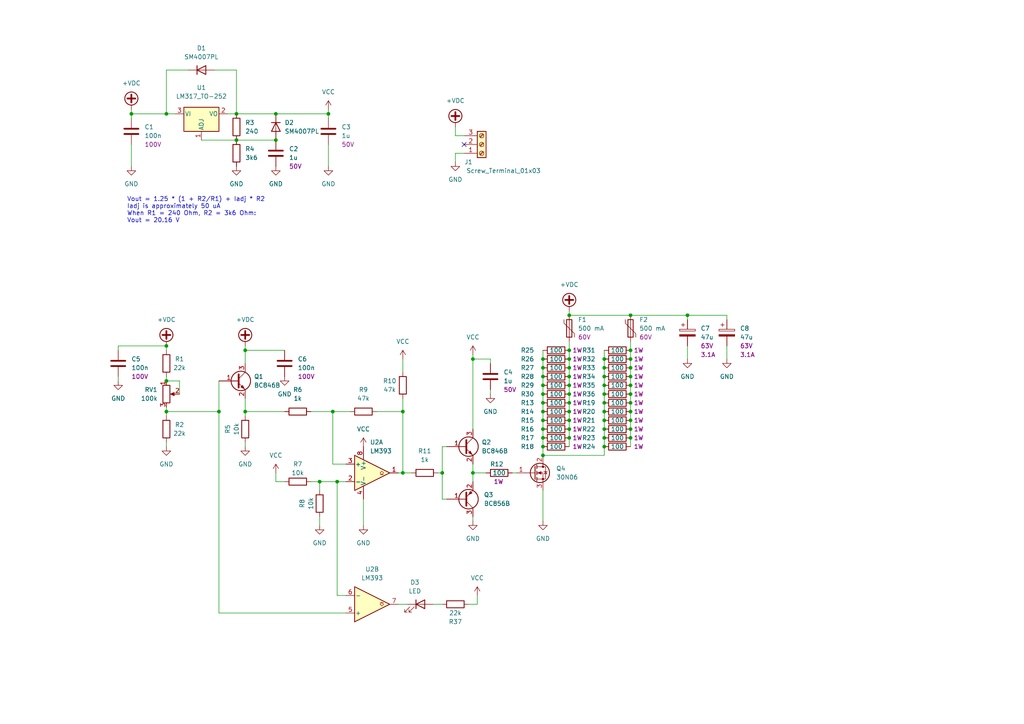
<source format=kicad_sch>
(kicad_sch (version 20211123) (generator eeschema)
  (paper "A4")
  (lib_symbols
    (symbol "Comparator:LM393" (pin_names (offset 0.127))
      (property "Reference" "U" (at 3.81 3.81 0))
      (property "Value" "LM393" (at 6.35 -3.81 0))
      (symbol "LM393_1_1"
        (polyline (pts (xy -5.08 5.08) (xy 5.08 0) (xy -5.08 -5.08) (xy -5.08 5.08)) (stroke (width 0.254)) (fill (type background)))
        (polyline (pts (xy 3.302 -0.508) (xy 2.794 -0.508) (xy 3.302 0) (xy 2.794 0.508) (xy 2.286 0) (xy 2.794 -0.508) (xy 2.286 -0.508)) (stroke (width 0.127)))
        (pin open_collector line (at 7.62 0 180) (length 2.54) (name "~") (number "1"))
        (pin input line (at -7.62 -2.54 0) (length 2.54) (name "-") (number "2"))
        (pin input line (at -7.62 2.54 0) (length 2.54) (name "+") (number "3"))
      )
      (symbol "LM393_2_1"
        (polyline (pts (xy -5.08 5.08) (xy 5.08 0) (xy -5.08 -5.08) (xy -5.08 5.08)) (stroke (width 0.254)) (fill (type background)))
        (polyline (pts (xy 3.302 -0.508) (xy 2.794 -0.508) (xy 3.302 0) (xy 2.794 0.508) (xy 2.286 0) (xy 2.794 -0.508) (xy 2.286 -0.508)) (stroke (width 0.127)))
        (pin input line (at -7.62 2.54 0) (length 2.54) (name "+") (number "5"))
        (pin input line (at -7.62 -2.54 0) (length 2.54) (name "-") (number "6"))
        (pin open_collector line (at 7.62 0 180) (length 2.54) (name "~") (number "7"))
      )
      (symbol "LM393_3_1"
        (pin power_in line (at -2.54 -7.62 90) (length 3.81) (name "V-") (number "4"))
        (pin power_in line (at -2.54 7.62 270) (length 3.81) (name "V+") (number "8"))
      )
    )
    (symbol "Connector:Screw_Terminal_01x03" (pin_names (offset 1.016) hide)
      (property "Reference" "J" (at 0 5.08 0))
      (property "Value" "Screw_Terminal_01x03" (at 0 -5.08 0))
      (symbol "Screw_Terminal_01x03_1_1"
        (rectangle (start -1.27 3.81) (end 1.27 -3.81) (stroke (width 0.254)) (fill (type background)))
        (circle (center 0 -2.54) (radius 0.635) (stroke (width 0.1524)))
        (polyline (pts (xy -0.5334 -2.2098) (xy 0.3302 -3.048)) (stroke (width 0.1524)))
        (polyline (pts (xy -0.5334 0.3302) (xy 0.3302 -0.508)) (stroke (width 0.1524)))
        (polyline (pts (xy -0.5334 2.8702) (xy 0.3302 2.032)) (stroke (width 0.1524)))
        (polyline (pts (xy -0.3556 -2.032) (xy 0.508 -2.8702)) (stroke (width 0.1524)))
        (polyline (pts (xy -0.3556 0.508) (xy 0.508 -0.3302)) (stroke (width 0.1524)))
        (polyline (pts (xy -0.3556 3.048) (xy 0.508 2.2098)) (stroke (width 0.1524)))
        (circle (center 0 0) (radius 0.635) (stroke (width 0.1524)))
        (circle (center 0 2.54) (radius 0.635) (stroke (width 0.1524)))
        (pin passive line (at -5.08 2.54 0) (length 3.81) (name "Pin_1") (number "1"))
        (pin passive line (at -5.08 0 0) (length 3.81) (name "Pin_2") (number "2"))
        (pin passive line (at -5.08 -2.54 0) (length 3.81) (name "Pin_3") (number "3"))
      )
    )
    (symbol "Device:C" (pin_numbers hide) (pin_names (offset 0.254))
      (property "Reference" "C" (at 0.635 2.54 0))
      (property "Value" "C" (at 0.635 -2.54 0))
      (symbol "C_0_1"
        (polyline (pts (xy -2.032 -0.762) (xy 2.032 -0.762)) (stroke (width 0.508)))
        (polyline (pts (xy -2.032 0.762) (xy 2.032 0.762)) (stroke (width 0.508)))
      )
      (symbol "C_1_1"
        (pin passive line (at 0 3.81 270) (length 2.794) (name "~") (number "1"))
        (pin passive line (at 0 -3.81 90) (length 2.794) (name "~") (number "2"))
      )
    )
    (symbol "Device:C_Polarized" (pin_numbers hide) (pin_names (offset 0.254))
      (property "Reference" "C" (at 0.635 2.54 0))
      (property "Value" "C_Polarized" (at 0.635 -2.54 0))
      (symbol "C_Polarized_0_1"
        (rectangle (start -2.286 0.508) (end 2.286 1.016))
        (polyline (pts (xy -1.778 2.286) (xy -0.762 2.286)))
        (polyline (pts (xy -1.27 2.794) (xy -1.27 1.778)))
        (rectangle (start 2.286 -0.508) (end -2.286 -1.016) (fill (type outline)))
      )
      (symbol "C_Polarized_1_1"
        (pin passive line (at 0 3.81 270) (length 2.794) (name "~") (number "1"))
        (pin passive line (at 0 -3.81 90) (length 2.794) (name "~") (number "2"))
      )
    )
    (symbol "Device:D" (pin_numbers hide) (pin_names (offset 1.016) hide)
      (property "Reference" "D" (at 0 2.54 0))
      (property "Value" "D" (at 0 -2.54 0))
      (symbol "D_0_1"
        (polyline (pts (xy -1.27 1.27) (xy -1.27 -1.27)) (stroke (width 0.254)))
        (polyline (pts (xy 1.27 0) (xy -1.27 0)))
        (polyline (pts (xy 1.27 1.27) (xy 1.27 -1.27) (xy -1.27 0) (xy 1.27 1.27)) (stroke (width 0.254)))
      )
      (symbol "D_1_1"
        (pin passive line (at -3.81 0 0) (length 2.54) (name "K") (number "1"))
        (pin passive line (at 3.81 0 180) (length 2.54) (name "A") (number "2"))
      )
    )
    (symbol "Device:LED" (pin_numbers hide) (pin_names (offset 1.016) hide)
      (property "Reference" "D" (at 0 2.54 0))
      (property "Value" "LED" (at 0 -2.54 0))
      (symbol "LED_0_1"
        (polyline (pts (xy -1.27 -1.27) (xy -1.27 1.27)) (stroke (width 0.254)))
        (polyline (pts (xy -1.27 0) (xy 1.27 0)))
        (polyline (pts (xy 1.27 -1.27) (xy 1.27 1.27) (xy -1.27 0) (xy 1.27 -1.27)) (stroke (width 0.254)))
        (polyline (pts (xy -3.048 -0.762) (xy -4.572 -2.286) (xy -3.81 -2.286) (xy -4.572 -2.286) (xy -4.572 -1.524)))
        (polyline (pts (xy -1.778 -0.762) (xy -3.302 -2.286) (xy -2.54 -2.286) (xy -3.302 -2.286) (xy -3.302 -1.524)))
      )
      (symbol "LED_1_1"
        (pin passive line (at -3.81 0 0) (length 2.54) (name "K") (number "1"))
        (pin passive line (at 3.81 0 180) (length 2.54) (name "A") (number "2"))
      )
    )
    (symbol "Device:Polyfuse" (pin_numbers hide) (pin_names (offset 0))
      (property "Reference" "F" (at -2.54 0 90))
      (property "Value" "Polyfuse" (at 2.54 0 90))
      (symbol "Polyfuse_0_1"
        (rectangle (start -0.762 2.54) (end 0.762 -2.54) (stroke (width 0.254)))
        (polyline (pts (xy 0 2.54) (xy 0 -2.54)))
        (polyline (pts (xy -1.524 2.54) (xy -1.524 1.524) (xy 1.524 -1.524) (xy 1.524 -2.54)))
      )
      (symbol "Polyfuse_1_1"
        (pin passive line (at 0 3.81 270) (length 1.27) (name "~") (number "1"))
        (pin passive line (at 0 -3.81 90) (length 1.27) (name "~") (number "2"))
      )
    )
    (symbol "Device:Q_NMOS_GDS" (pin_names (offset 0) hide)
      (property "Reference" "Q" (at 5.08 1.27 0))
      (property "Value" "Q_NMOS_GDS" (at 5.08 -1.27 0))
      (symbol "Q_NMOS_GDS_0_1"
        (polyline (pts (xy 0.254 0) (xy -2.54 0)))
        (polyline (pts (xy 0.254 1.905) (xy 0.254 -1.905)) (stroke (width 0.254)))
        (polyline (pts (xy 0.762 -1.27) (xy 0.762 -2.286)) (stroke (width 0.254)))
        (polyline (pts (xy 0.762 0.508) (xy 0.762 -0.508)) (stroke (width 0.254)))
        (polyline (pts (xy 0.762 2.286) (xy 0.762 1.27)) (stroke (width 0.254)))
        (polyline (pts (xy 2.54 2.54) (xy 2.54 1.778)))
        (polyline (pts (xy 2.54 -2.54) (xy 2.54 0) (xy 0.762 0)))
        (polyline (pts (xy 0.762 -1.778) (xy 3.302 -1.778) (xy 3.302 1.778) (xy 0.762 1.778)))
        (polyline (pts (xy 1.016 0) (xy 2.032 0.381) (xy 2.032 -0.381) (xy 1.016 0)) (fill (type outline)))
        (polyline (pts (xy 2.794 0.508) (xy 2.921 0.381) (xy 3.683 0.381) (xy 3.81 0.254)))
        (polyline (pts (xy 3.302 0.381) (xy 2.921 -0.254) (xy 3.683 -0.254) (xy 3.302 0.381)))
        (circle (center 1.651 0) (radius 2.794) (stroke (width 0.254)))
        (circle (center 2.54 -1.778) (radius 0.254) (fill (type outline)))
        (circle (center 2.54 1.778) (radius 0.254) (fill (type outline)))
      )
      (symbol "Q_NMOS_GDS_1_1"
        (pin input line (at -5.08 0 0) (length 2.54) (name "G") (number "1"))
        (pin passive line (at 2.54 5.08 270) (length 2.54) (name "D") (number "2"))
        (pin passive line (at 2.54 -5.08 90) (length 2.54) (name "S") (number "3"))
      )
    )
    (symbol "Device:R" (pin_numbers hide) (pin_names (offset 0))
      (property "Reference" "R" (at 2.032 0 90))
      (property "Value" "R" (at 0 0 90))
      (symbol "R_0_1"
        (rectangle (start -1.016 -2.54) (end 1.016 2.54) (stroke (width 0.254)))
      )
      (symbol "R_1_1"
        (pin passive line (at 0 3.81 270) (length 1.27) (name "~") (number "1"))
        (pin passive line (at 0 -3.81 90) (length 1.27) (name "~") (number "2"))
      )
    )
    (symbol "Device:R_Potentiometer" (pin_names (offset 1.016) hide)
      (property "Reference" "RV" (at -4.445 0 90))
      (property "Value" "R_Potentiometer" (at -2.54 0 90))
      (symbol "R_Potentiometer_0_1"
        (polyline (pts (xy 2.54 0) (xy 1.524 0)))
        (polyline (pts (xy 1.143 0) (xy 2.286 0.508) (xy 2.286 -0.508) (xy 1.143 0)) (fill (type outline)))
        (rectangle (start 1.016 2.54) (end -1.016 -2.54) (stroke (width 0.254)))
      )
      (symbol "R_Potentiometer_1_1"
        (pin passive line (at 0 3.81 270) (length 1.27) (name "1") (number "1"))
        (pin passive line (at 3.81 0 180) (length 1.27) (name "2") (number "2"))
        (pin passive line (at 0 -3.81 90) (length 1.27) (name "3") (number "3"))
      )
    )
    (symbol "Regulator_Linear:LM317_TO-252" (pin_names (offset 0.254))
      (property "Reference" "U" (at -3.81 3.175 0))
      (property "Value" "LM317_TO-252" (at 0 3.175 0))
      (symbol "LM317_TO-252_0_1"
        (rectangle (start -5.08 1.905) (end 5.08 -5.08) (stroke (width 0.254)) (fill (type background)))
      )
      (symbol "LM317_TO-252_1_1"
        (pin input line (at 0 -7.62 90) (length 2.54) (name "ADJ") (number "1"))
        (pin power_out line (at 7.62 0 180) (length 2.54) (name "VO") (number "2"))
        (pin power_in line (at -7.62 0 0) (length 2.54) (name "VI") (number "3"))
      )
    )
    (symbol "Transistor_BJT:BC846" (pin_names (offset 0) hide)
      (property "Reference" "Q" (at 5.08 1.905 0))
      (property "Value" "BC846" (at 5.08 0 0))
      (symbol "BC846_0_1"
        (polyline (pts (xy 0.635 0.635) (xy 2.54 2.54)))
        (polyline (pts (xy 0.635 -0.635) (xy 2.54 -2.54) (xy 2.54 -2.54)))
        (polyline (pts (xy 0.635 1.905) (xy 0.635 -1.905) (xy 0.635 -1.905)) (stroke (width 0.508)))
        (polyline (pts (xy 1.27 -1.778) (xy 1.778 -1.27) (xy 2.286 -2.286) (xy 1.27 -1.778) (xy 1.27 -1.778)) (fill (type outline)))
        (circle (center 1.27 0) (radius 2.8194) (stroke (width 0.254)))
      )
      (symbol "BC846_1_1"
        (pin input line (at -5.08 0 0) (length 5.715) (name "B") (number "1"))
        (pin passive line (at 2.54 -5.08 90) (length 2.54) (name "E") (number "2"))
        (pin passive line (at 2.54 5.08 270) (length 2.54) (name "C") (number "3"))
      )
    )
    (symbol "Transistor_BJT:BC856" (pin_names (offset 0) hide)
      (property "Reference" "Q" (at 5.08 1.905 0))
      (property "Value" "BC856" (at 5.08 0 0))
      (symbol "BC856_0_1"
        (polyline (pts (xy 0.635 0.635) (xy 2.54 2.54)))
        (polyline (pts (xy 0.635 -0.635) (xy 2.54 -2.54) (xy 2.54 -2.54)))
        (polyline (pts (xy 0.635 1.905) (xy 0.635 -1.905) (xy 0.635 -1.905)) (stroke (width 0.508)))
        (polyline (pts (xy 2.286 -1.778) (xy 1.778 -2.286) (xy 1.27 -1.27) (xy 2.286 -1.778) (xy 2.286 -1.778)) (fill (type outline)))
        (circle (center 1.27 0) (radius 2.8194) (stroke (width 0.254)))
      )
      (symbol "BC856_1_1"
        (pin input line (at -5.08 0 0) (length 5.715) (name "B") (number "1"))
        (pin passive line (at 2.54 -5.08 90) (length 2.54) (name "E") (number "2"))
        (pin passive line (at 2.54 5.08 270) (length 2.54) (name "C") (number "3"))
      )
    )
    (symbol "power:+VDC" (power) (pin_names (offset 0))
      (property "Value" "+VDC" (at 0 6.35 0))
      (symbol "+VDC_0_1"
        (polyline (pts (xy -1.143 3.175) (xy 1.143 3.175)) (stroke (width 0.508)))
        (polyline (pts (xy 0 0) (xy 0 1.27)))
        (polyline (pts (xy 0 2.032) (xy 0 4.318)) (stroke (width 0.508)))
        (circle (center 0 3.175) (radius 1.905) (stroke (width 0.254)))
      )
      (symbol "+VDC_1_1"
        (pin power_in line (at 0 0 90) (length 0) hide (name "+VDC") (number "1"))
      )
    )
    (symbol "power:GND" (power) (pin_names (offset 0))
      (property "Value" "GND" (at 0 -3.81 0))
      (symbol "GND_0_1"
        (polyline (pts (xy 0 0) (xy 0 -1.27) (xy 1.27 -1.27) (xy 0 -2.54) (xy -1.27 -1.27) (xy 0 -1.27)))
      )
      (symbol "GND_1_1"
        (pin power_in line (at 0 0 270) (length 0) hide (name "GND") (number "1"))
      )
    )
    (symbol "power:VCC" (power) (pin_names (offset 0))
      (property "Value" "VCC" (at 0 3.81 0))
      (symbol "VCC_0_1"
        (polyline (pts (xy -0.762 1.27) (xy 0 2.54)))
        (polyline (pts (xy 0 0) (xy 0 2.54)))
        (polyline (pts (xy 0 2.54) (xy 0.762 1.27)))
      )
      (symbol "VCC_1_1"
        (pin power_in line (at 0 0 90) (length 0) hide (name "VCC") (number "1"))
      )
    )
  )
  (junction (at 157.48 119.38))
  (junction (at 182.88 101.6))
  (junction (at 182.88 124.46))
  (junction (at 175.26 109.22))
  (junction (at 175.26 129.54))
  (junction (at 157.48 111.76))
  (junction (at 182.88 127))
  (junction (at 182.88 116.84))
  (junction (at 182.88 119.38))
  (junction (at 80.01 40.64))
  (junction (at 38.1 33.02))
  (junction (at 97.79 139.7))
  (junction (at 175.26 127))
  (junction (at 95.25 33.02))
  (junction (at 182.88 114.3))
  (junction (at 157.48 109.22))
  (junction (at 182.88 104.14))
  (junction (at 165.1 124.46))
  (junction (at 182.88 91.44))
  (junction (at 165.1 101.6))
  (junction (at 80.01 33.02))
  (junction (at 48.26 110.49))
  (junction (at 157.48 121.92))
  (junction (at 96.52 119.38))
  (junction (at 175.26 111.76))
  (junction (at 165.1 127))
  (junction (at 48.26 119.38))
  (junction (at 175.26 121.92))
  (junction (at 175.26 119.38))
  (junction (at 157.48 129.54))
  (junction (at 157.48 104.14))
  (junction (at 137.16 137.16))
  (junction (at 48.26 100.33))
  (junction (at 157.48 106.68))
  (junction (at 137.16 104.14))
  (junction (at 175.26 114.3))
  (junction (at 165.1 91.44))
  (junction (at 175.26 104.14))
  (junction (at 165.1 121.92))
  (junction (at 175.26 124.46))
  (junction (at 165.1 104.14))
  (junction (at 68.58 40.64))
  (junction (at 175.26 106.68))
  (junction (at 157.48 127))
  (junction (at 182.88 106.68))
  (junction (at 48.26 33.02))
  (junction (at 165.1 114.3))
  (junction (at 71.12 119.38))
  (junction (at 165.1 106.68))
  (junction (at 71.12 101.6))
  (junction (at 116.84 137.16))
  (junction (at 165.1 116.84))
  (junction (at 165.1 111.76))
  (junction (at 63.5 119.38))
  (junction (at 165.1 109.22))
  (junction (at 157.48 124.46))
  (junction (at 116.84 119.38))
  (junction (at 92.71 139.7))
  (junction (at 182.88 111.76))
  (junction (at 199.39 91.44))
  (junction (at 157.48 132.08))
  (junction (at 128.27 137.16))
  (junction (at 165.1 119.38))
  (junction (at 157.48 116.84))
  (junction (at 175.26 116.84))
  (junction (at 182.88 121.92))
  (junction (at 182.88 109.22))
  (junction (at 157.48 114.3))
  (junction (at 68.58 33.02))
  (no_connect (at 134.62 41.91))
  (wire (pts (xy 137.16 102.87) (xy 137.16 104.14)))
  (wire (pts (xy 199.39 91.44) (xy 199.39 92.71)))
  (wire (pts (xy 132.08 36.83) (xy 132.08 39.37)))
  (wire (pts (xy 165.1 116.84) (xy 165.1 114.3)))
  (wire (pts (xy 115.57 175.26) (xy 118.11 175.26)))
  (wire (pts (xy 100.33 134.62) (xy 96.52 134.62)))
  (wire (pts (xy 182.88 99.06) (xy 182.88 101.6)))
  (wire (pts (xy 157.48 111.76) (xy 157.48 114.3)))
  (wire (pts (xy 125.73 175.26) (xy 128.27 175.26)))
  (wire (pts (xy 175.26 129.54) (xy 175.26 132.08)))
  (wire (pts (xy 165.1 106.68) (xy 165.1 109.22)))
  (wire (pts (xy 68.58 20.32) (xy 68.58 33.02)))
  (wire (pts (xy 182.88 91.44) (xy 199.39 91.44)))
  (wire (pts (xy 116.84 119.38) (xy 116.84 137.16)))
  (wire (pts (xy 129.54 129.54) (xy 128.27 129.54)))
  (wire (pts (xy 71.12 128.27) (xy 71.12 129.54)))
  (wire (pts (xy 95.25 33.02) (xy 95.25 34.29)))
  (wire (pts (xy 137.16 139.7) (xy 137.16 137.16)))
  (wire (pts (xy 48.26 100.33) (xy 48.26 101.6)))
  (wire (pts (xy 199.39 91.44) (xy 210.82 91.44)))
  (wire (pts (xy 142.24 105.41) (xy 142.24 104.14)))
  (wire (pts (xy 48.26 109.22) (xy 48.26 110.49)))
  (wire (pts (xy 90.17 119.38) (xy 96.52 119.38)))
  (wire (pts (xy 38.1 33.02) (xy 38.1 34.29)))
  (wire (pts (xy 137.16 134.62) (xy 137.16 137.16)))
  (wire (pts (xy 48.26 128.27) (xy 48.26 129.54)))
  (wire (pts (xy 48.26 110.49) (xy 52.07 110.49)))
  (wire (pts (xy 165.1 104.14) (xy 165.1 106.68)))
  (wire (pts (xy 127 137.16) (xy 128.27 137.16)))
  (wire (pts (xy 137.16 137.16) (xy 140.97 137.16)))
  (wire (pts (xy 71.12 119.38) (xy 71.12 120.65)))
  (wire (pts (xy 210.82 91.44) (xy 210.82 92.71)))
  (wire (pts (xy 175.26 116.84) (xy 175.26 119.38)))
  (wire (pts (xy 175.26 106.68) (xy 175.26 109.22)))
  (wire (pts (xy 210.82 100.33) (xy 210.82 104.14)))
  (wire (pts (xy 157.48 142.24) (xy 157.48 151.13)))
  (wire (pts (xy 100.33 177.8) (xy 63.5 177.8)))
  (wire (pts (xy 138.43 175.26) (xy 138.43 172.72)))
  (wire (pts (xy 157.48 119.38) (xy 157.48 121.92)))
  (wire (pts (xy 175.26 109.22) (xy 175.26 111.76)))
  (wire (pts (xy 165.1 127) (xy 165.1 129.54)))
  (wire (pts (xy 182.88 127) (xy 182.88 129.54)))
  (wire (pts (xy 157.48 101.6) (xy 157.48 104.14)))
  (wire (pts (xy 142.24 113.03) (xy 142.24 114.3)))
  (wire (pts (xy 116.84 137.16) (xy 119.38 137.16)))
  (wire (pts (xy 157.48 121.92) (xy 157.48 124.46)))
  (wire (pts (xy 71.12 119.38) (xy 82.55 119.38)))
  (wire (pts (xy 142.24 104.14) (xy 137.16 104.14)))
  (wire (pts (xy 175.26 114.3) (xy 175.26 116.84)))
  (wire (pts (xy 182.88 111.76) (xy 182.88 114.3)))
  (wire (pts (xy 92.71 139.7) (xy 97.79 139.7)))
  (wire (pts (xy 134.62 44.45) (xy 132.08 44.45)))
  (wire (pts (xy 157.48 129.54) (xy 157.48 132.08)))
  (wire (pts (xy 95.25 31.75) (xy 95.25 33.02)))
  (wire (pts (xy 132.08 44.45) (xy 132.08 46.99)))
  (wire (pts (xy 71.12 115.57) (xy 71.12 119.38)))
  (wire (pts (xy 199.39 100.33) (xy 199.39 104.14)))
  (wire (pts (xy 137.16 149.86) (xy 137.16 151.13)))
  (wire (pts (xy 80.01 33.02) (xy 95.25 33.02)))
  (wire (pts (xy 63.5 110.49) (xy 63.5 119.38)))
  (wire (pts (xy 116.84 115.57) (xy 116.84 119.38)))
  (wire (pts (xy 182.88 121.92) (xy 182.88 124.46)))
  (wire (pts (xy 148.59 137.16) (xy 149.86 137.16)))
  (wire (pts (xy 175.26 111.76) (xy 175.26 114.3)))
  (wire (pts (xy 157.48 104.14) (xy 157.48 106.68)))
  (wire (pts (xy 182.88 101.6) (xy 182.88 104.14)))
  (wire (pts (xy 96.52 119.38) (xy 101.6 119.38)))
  (wire (pts (xy 137.16 104.14) (xy 137.16 124.46)))
  (wire (pts (xy 182.88 119.38) (xy 182.88 121.92)))
  (wire (pts (xy 165.1 99.06) (xy 165.1 101.6)))
  (wire (pts (xy 175.26 119.38) (xy 175.26 121.92)))
  (wire (pts (xy 115.57 137.16) (xy 116.84 137.16)))
  (wire (pts (xy 175.26 127) (xy 175.26 129.54)))
  (wire (pts (xy 165.1 109.22) (xy 165.1 111.76)))
  (wire (pts (xy 34.29 101.6) (xy 34.29 100.33)))
  (wire (pts (xy 128.27 137.16) (xy 128.27 144.78)))
  (wire (pts (xy 92.71 149.86) (xy 92.71 152.4)))
  (wire (pts (xy 38.1 33.02) (xy 48.26 33.02)))
  (wire (pts (xy 182.88 106.68) (xy 182.88 109.22)))
  (wire (pts (xy 175.26 121.92) (xy 175.26 124.46)))
  (wire (pts (xy 97.79 139.7) (xy 100.33 139.7)))
  (wire (pts (xy 165.1 101.6) (xy 165.1 104.14)))
  (wire (pts (xy 165.1 91.44) (xy 182.88 91.44)))
  (wire (pts (xy 165.1 124.46) (xy 165.1 127)))
  (wire (pts (xy 182.88 116.84) (xy 182.88 119.38)))
  (wire (pts (xy 116.84 104.14) (xy 116.84 107.95)))
  (wire (pts (xy 165.1 116.84) (xy 165.1 119.38)))
  (wire (pts (xy 182.88 124.46) (xy 182.88 127)))
  (wire (pts (xy 132.08 39.37) (xy 134.62 39.37)))
  (wire (pts (xy 71.12 100.33) (xy 71.12 101.6)))
  (wire (pts (xy 95.25 41.91) (xy 95.25 48.26)))
  (wire (pts (xy 157.48 114.3) (xy 157.48 116.84)))
  (wire (pts (xy 48.26 20.32) (xy 48.26 33.02)))
  (wire (pts (xy 63.5 177.8) (xy 63.5 119.38)))
  (wire (pts (xy 157.48 127) (xy 157.48 129.54)))
  (wire (pts (xy 175.26 104.14) (xy 175.26 106.68)))
  (wire (pts (xy 109.22 119.38) (xy 116.84 119.38)))
  (wire (pts (xy 66.04 33.02) (xy 68.58 33.02)))
  (wire (pts (xy 165.1 111.76) (xy 165.1 114.3)))
  (wire (pts (xy 157.48 116.84) (xy 157.48 119.38)))
  (wire (pts (xy 63.5 119.38) (xy 48.26 119.38)))
  (wire (pts (xy 182.88 109.22) (xy 182.88 111.76)))
  (wire (pts (xy 68.58 33.02) (xy 80.01 33.02)))
  (wire (pts (xy 97.79 172.72) (xy 97.79 139.7)))
  (wire (pts (xy 38.1 41.91) (xy 38.1 48.26)))
  (wire (pts (xy 54.61 20.32) (xy 48.26 20.32)))
  (wire (pts (xy 38.1 31.75) (xy 38.1 33.02)))
  (wire (pts (xy 165.1 119.38) (xy 165.1 121.92)))
  (wire (pts (xy 182.88 114.3) (xy 182.88 116.84)))
  (wire (pts (xy 48.26 119.38) (xy 48.26 120.65)))
  (wire (pts (xy 175.26 124.46) (xy 175.26 127)))
  (wire (pts (xy 135.89 175.26) (xy 138.43 175.26)))
  (wire (pts (xy 157.48 124.46) (xy 157.48 127)))
  (wire (pts (xy 128.27 129.54) (xy 128.27 137.16)))
  (wire (pts (xy 71.12 101.6) (xy 82.55 101.6)))
  (wire (pts (xy 48.26 33.02) (xy 50.8 33.02)))
  (wire (pts (xy 34.29 109.22) (xy 34.29 110.49)))
  (wire (pts (xy 100.33 172.72) (xy 97.79 172.72)))
  (wire (pts (xy 48.26 118.11) (xy 48.26 119.38)))
  (wire (pts (xy 52.07 114.3) (xy 52.07 110.49)))
  (wire (pts (xy 82.55 139.7) (xy 80.01 139.7)))
  (wire (pts (xy 71.12 101.6) (xy 71.12 105.41)))
  (wire (pts (xy 105.41 144.78) (xy 105.41 152.4)))
  (wire (pts (xy 58.42 40.64) (xy 68.58 40.64)))
  (wire (pts (xy 175.26 101.6) (xy 175.26 104.14)))
  (wire (pts (xy 90.17 139.7) (xy 92.71 139.7)))
  (wire (pts (xy 129.54 144.78) (xy 128.27 144.78)))
  (wire (pts (xy 80.01 139.7) (xy 80.01 137.16)))
  (wire (pts (xy 62.23 20.32) (xy 68.58 20.32)))
  (wire (pts (xy 165.1 90.17) (xy 165.1 91.44)))
  (wire (pts (xy 68.58 40.64) (xy 80.01 40.64)))
  (wire (pts (xy 157.48 106.68) (xy 157.48 109.22)))
  (wire (pts (xy 157.48 109.22) (xy 157.48 111.76)))
  (wire (pts (xy 175.26 132.08) (xy 157.48 132.08)))
  (wire (pts (xy 92.71 139.7) (xy 92.71 142.24)))
  (wire (pts (xy 165.1 121.92) (xy 165.1 124.46)))
  (wire (pts (xy 34.29 100.33) (xy 48.26 100.33)))
  (wire (pts (xy 96.52 134.62) (xy 96.52 119.38)))
  (wire (pts (xy 182.88 104.14) (xy 182.88 106.68)))
  (text "Vout = 1.25 * (1 + R2/R1) + Iadj * R2\nIadj is approximately 50 uA\nWhen R1 = 240 Ohm, R2 = 3k6 Ohm:\nVout = 20.16 V\n" (at 36.83 64.77 0) (effects (font (size 1.27 1.27)) (justify left bottom)))
  (symbol (lib_id "Device:C") (at 142.24 109.22 0) (unit 1)
    (property "Reference" "C4" (at 146.05 107.9499 0) (effects (justify left)))
    (property "Value" "1u" (at 146.05 110.4899 0) (effects (justify left)))
    (property "Footprint" "Diode_SMD:D_0805_2012Metric" (effects hide))
    (property "Datasheet" "https://datasheet.lcsc.com/lcsc/1810191216_Samsung-Electro-Mechanics-CL21B105KBFNNNE_C28323.pdf" (effects hide))
    (property "LCSC" "C28323" (effects hide))
    (property "Voltage" "50V" (at 146.05 113.03 0) (effects (justify left)))
  )
  (symbol (lib_id "power:GND") (at 48.26 129.54 0) (unit 1)
    (property "Reference" "#PWR0124" (effects hide))
    (property "Value" "GND" (at 48.26 134.62 0))
  )
  (symbol (lib_id "Device:R") (at 48.26 105.41 180) (unit 1)
    (property "Reference" "R1" (at 52.07 104.14 0))
    (property "Value" "22k" (at 52.07 106.68 0))
    (property "Footprint" "Resistor_SMD:R_0805_2012Metric" (effects hide))
    (property "Datasheet" "https://datasheet.lcsc.com/lcsc/2206010200_UNI-ROYAL-Uniroyal-Elec-0805W8F510KT5E_C17724.pdf" (effects hide))
    (property "LCSC" "C17560" (effects hide))
  )
  (symbol (lib_id "power:GND") (at 68.58 48.26 0) (unit 1)
    (property "Reference" "#PWR0118" (effects hide))
    (property "Value" "GND" (at 68.58 53.34 0))
  )
  (symbol (lib_id "Device:R") (at 144.78 137.16 90) (unit 1)
    (property "Reference" "R12" (at 146.05 134.62 90) (effects (justify left)))
    (property "Value" "100" (at 144.78 137.16 90))
    (property "Footprint" "Resistor_SMD:R_2512_6332Metric" (effects hide))
    (property "Datasheet" "https://datasheet.lcsc.com/lcsc/2206010030_UNI-ROYAL-Uniroyal-Elec-25121WF1000T4E_C35218.pdf" (effects hide))
    (property "Power" "1W" (at 146.05 139.7 90) (effects (justify left)))
    (property "LCSC" "C31885" (effects hide))
  )
  (symbol (lib_id "power:GND") (at 34.29 110.49 0) (unit 1)
    (property "Reference" "#PWR0106" (effects hide))
    (property "Value" "GND" (at 34.29 115.57 0))
  )
  (symbol (lib_id "power:GND") (at 82.55 109.22 0) (unit 1)
    (property "Reference" "#PWR0107" (effects hide))
    (property "Value" "GND" (at 82.55 114.3 0))
  )
  (symbol (lib_id "Device:Polyfuse") (at 165.1 95.25 0) (unit 1)
    (property "Reference" "F1" (at 167.64 92.71 0) (effects (justify left)))
    (property "Value" "500 mA" (at 167.64 95.25 0) (effects (justify left)))
    (property "Footprint" "Fuse:Fuse_2920_7451Metric" (effects hide))
    (property "Datasheet" "https://datasheet.lcsc.com/lcsc/1912111437_Brightking-SMD2920B050TF_C269176.pdf" (effects hide))
    (property "LCSC" "C269176" (effects hide))
    (property "Voltage" "60V" (at 167.64 97.79 0) (effects (justify left)))
  )
  (symbol (lib_id "Device:R") (at 92.71 146.05 180) (unit 1)
    (property "Reference" "R8" (at 87.63 146.05 90))
    (property "Value" "10k" (at 90.17 146.05 90))
    (property "Footprint" "Resistor_SMD:R_0805_2012Metric" (effects hide))
    (property "Datasheet" "https://datasheet.lcsc.com/lcsc/2206010200_UNI-ROYAL-Uniroyal-Elec-0805W8F510KT5E_C17724.pdf" (effects hide))
    (property "LCSC" "C17724" (effects hide))
  )
  (symbol (lib_id "Device:R") (at 161.29 121.92 90) (unit 1)
    (property "Reference" "R15" (at 154.94 121.92 90) (effects (justify left)))
    (property "Value" "100" (at 161.29 121.92 90))
    (property "Footprint" "Resistor_SMD:R_2512_6332Metric" (effects hide))
    (property "Datasheet" "https://datasheet.lcsc.com/lcsc/2206010030_UNI-ROYAL-Uniroyal-Elec-25121WF1000T4E_C35218.pdf" (effects hide))
    (property "Power" "1W" (at 168.91 121.92 90) (effects (justify left)))
    (property "LCSC" "C31885" (effects hide))
  )
  (symbol (lib_id "Transistor_BJT:BC846") (at 68.58 110.49 0) (unit 1)
    (property "Reference" "Q1" (at 73.66 109.2199 0) (effects (justify left)))
    (property "Value" "BC846B" (at 73.66 111.7599 0) (effects (justify left)))
    (property "Footprint" "Package_TO_SOT_SMD:SOT-23" (effects hide))
    (property "Datasheet" "https://assets.nexperia.com/documents/data-sheet/BC846_SER.pdf" (effects hide))
    (property "LCSC" "C87062" (effects hide))
  )
  (symbol (lib_id "Device:R") (at 161.29 106.68 90) (unit 1)
    (property "Reference" "R27" (at 154.94 106.68 90) (effects (justify left)))
    (property "Value" "100" (at 161.29 106.68 90))
    (property "Footprint" "Resistor_SMD:R_2512_6332Metric" (effects hide))
    (property "Datasheet" "https://datasheet.lcsc.com/lcsc/2206010030_UNI-ROYAL-Uniroyal-Elec-25121WF1000T4E_C35218.pdf" (effects hide))
    (property "Power" "1W" (at 168.91 106.68 90) (effects (justify left)))
    (property "LCSC" "C31885" (effects hide))
  )
  (symbol (lib_id "power:GND") (at 92.71 152.4 0) (unit 1)
    (property "Reference" "#PWR0110" (effects hide))
    (property "Value" "GND" (at 92.71 157.48 0))
  )
  (symbol (lib_id "Device:R") (at 179.07 116.84 90) (unit 1)
    (property "Reference" "R19" (at 172.72 116.84 90) (effects (justify left)))
    (property "Value" "100" (at 179.07 116.84 90))
    (property "Footprint" "Resistor_SMD:R_2512_6332Metric" (effects hide))
    (property "Datasheet" "https://datasheet.lcsc.com/lcsc/2206010030_UNI-ROYAL-Uniroyal-Elec-25121WF1000T4E_C35218.pdf" (effects hide))
    (property "Power" "1W" (at 186.69 116.84 90) (effects (justify left)))
    (property "LCSC" "C31885" (effects hide))
  )
  (symbol (lib_id "Device:C") (at 34.29 105.41 0) (unit 1)
    (property "Reference" "C5" (at 38.1 104.1399 0) (effects (justify left)))
    (property "Value" "100n" (at 38.1 106.6799 0) (effects (justify left)))
    (property "Footprint" "Diode_SMD:D_0805_2012Metric" (effects hide))
    (property "Datasheet" "https://datasheet.lcsc.com/lcsc/1810191216_Samsung-Electro-Mechanics-CL21B104KCFNNNE_C28233.pdf" (effects hide))
    (property "LCSC" "C28233" (effects hide))
    (property "Voltage" "100V" (at 38.1 109.22 0) (effects (justify left)))
  )
  (symbol (lib_id "Device:R") (at 179.07 127 90) (unit 1)
    (property "Reference" "R23" (at 172.72 127 90) (effects (justify left)))
    (property "Value" "100" (at 179.07 127 90))
    (property "Footprint" "Resistor_SMD:R_2512_6332Metric" (effects hide))
    (property "Datasheet" "https://datasheet.lcsc.com/lcsc/2206010030_UNI-ROYAL-Uniroyal-Elec-25121WF1000T4E_C35218.pdf" (effects hide))
    (property "Power" "1W" (at 186.69 127 90) (effects (justify left)))
    (property "LCSC" "C31885" (effects hide))
  )
  (symbol (lib_id "Device:LED") (at 121.92 175.26 0) (unit 1)
    (property "Reference" "D3" (at 120.3325 168.91 0))
    (property "Value" "LED" (at 120.3325 171.45 0))
    (property "Footprint" "LED_SMD:LED_0805_2012Metric" (effects hide))
    (property "Datasheet" "https://datasheet.lcsc.com/lcsc/2008201032_Foshan-NationStar-Optoelectronics-NCD0805R1_C84256.pdf" (effects hide))
    (property "LCSC" "C84256" (effects hide))
  )
  (symbol (lib_id "Device:R") (at 68.58 36.83 0) (unit 1)
    (property "Reference" "R3" (at 71.12 35.5599 0) (effects (justify left)))
    (property "Value" "240" (at 71.12 38.0999 0) (effects (justify left)))
    (property "Footprint" "Resistor_SMD:R_0805_2012Metric" (effects hide))
    (property "LCSC" "C17572" (effects hide))
  )
  (symbol (lib_id "power:VCC") (at 80.01 137.16 0) (unit 1)
    (property "Reference" "#PWR0125" (effects hide))
    (property "Value" "VCC" (at 80.01 132.08 0))
  )
  (symbol (lib_id "power:+VDC") (at 48.26 100.33 0) (unit 1)
    (property "Reference" "#PWR0122" (effects hide))
    (property "Value" "+VDC" (at 48.26 92.71 0))
  )
  (symbol (lib_id "Device:R") (at 105.41 119.38 90) (unit 1)
    (property "Reference" "R9" (at 105.41 113.03 90))
    (property "Value" "47k" (at 105.41 115.57 90))
    (property "Footprint" "Resistor_SMD:R_0805_2012Metric" (effects hide))
    (property "Datasheet" "https://datasheet.lcsc.com/lcsc/2206010200_UNI-ROYAL-Uniroyal-Elec-0805W8F510KT5E_C17724.pdf" (effects hide))
    (property "LCSC" "C17713" (effects hide))
  )
  (symbol (lib_id "Device:R") (at 161.29 124.46 90) (unit 1)
    (property "Reference" "R16" (at 154.94 124.46 90) (effects (justify left)))
    (property "Value" "100" (at 161.29 124.46 90))
    (property "Footprint" "Resistor_SMD:R_2512_6332Metric" (effects hide))
    (property "Datasheet" "https://datasheet.lcsc.com/lcsc/2206010030_UNI-ROYAL-Uniroyal-Elec-25121WF1000T4E_C35218.pdf" (effects hide))
    (property "Power" "1W" (at 168.91 124.46 90) (effects (justify left)))
    (property "LCSC" "C31885" (effects hide))
  )
  (symbol (lib_id "power:GND") (at 95.25 48.26 0) (unit 1)
    (property "Reference" "#PWR0114" (effects hide))
    (property "Value" "GND" (at 95.25 53.34 0))
  )
  (symbol (lib_id "Device:R") (at 161.29 116.84 90) (unit 1)
    (property "Reference" "R13" (at 154.94 116.84 90) (effects (justify left)))
    (property "Value" "100" (at 161.29 116.84 90))
    (property "Footprint" "Resistor_SMD:R_2512_6332Metric" (effects hide))
    (property "Datasheet" "https://datasheet.lcsc.com/lcsc/2206010030_UNI-ROYAL-Uniroyal-Elec-25121WF1000T4E_C35218.pdf" (effects hide))
    (property "Power" "1W" (at 168.91 116.84 90) (effects (justify left)))
    (property "LCSC" "C31885" (effects hide))
  )
  (symbol (lib_id "Device:C") (at 82.55 105.41 0) (unit 1)
    (property "Reference" "C6" (at 86.36 104.1399 0) (effects (justify left)))
    (property "Value" "100n" (at 86.36 106.6799 0) (effects (justify left)))
    (property "Footprint" "Diode_SMD:D_0805_2012Metric" (effects hide))
    (property "Datasheet" "https://datasheet.lcsc.com/lcsc/1810191216_Samsung-Electro-Mechanics-CL21B104KCFNNNE_C28233.pdf" (effects hide))
    (property "LCSC" "C28233" (effects hide))
    (property "Voltage" "100V" (at 86.36 109.22 0) (effects (justify left)))
  )
  (symbol (lib_id "Transistor_BJT:BC846") (at 134.62 129.54 0) (unit 1)
    (property "Reference" "Q2" (at 139.7 128.2699 0) (effects (justify left)))
    (property "Value" "BC846B" (at 139.7 130.8099 0) (effects (justify left)))
    (property "Footprint" "Package_TO_SOT_SMD:SOT-23" (effects hide))
    (property "Datasheet" "https://assets.nexperia.com/documents/data-sheet/BC846_SER.pdf" (effects hide))
    (property "LCSC" "C87062" (effects hide))
  )
  (symbol (lib_id "power:GND") (at 142.24 114.3 0) (unit 1)
    (property "Reference" "#PWR0103" (effects hide))
    (property "Value" "GND" (at 142.24 119.38 0))
  )
  (symbol (lib_id "power:VCC") (at 116.84 104.14 0) (unit 1)
    (property "Reference" "#PWR0112" (effects hide))
    (property "Value" "VCC" (at 116.84 99.06 0))
  )
  (symbol (lib_id "Device:C_Polarized") (at 199.39 96.52 0) (unit 1)
    (property "Reference" "C7" (at 203.2 95.25 0) (effects (justify left)))
    (property "Value" "47u" (at 203.2 97.79 0) (effects (justify left)))
    (property "Footprint" "Capacitor_SMD:CP_Elec_10x10" (effects hide))
    (property "Datasheet" "https://datasheet.lcsc.com/lcsc/1807261632_PANASONIC-63SXV47M_C178377.pdf" (effects hide))
    (property "LCSC" "C178377" (effects hide))
    (property "Voltage" "63V" (at 203.2 100.33 0) (effects (justify left)))
    (property "Current" "3.1A" (at 203.2 102.87 0) (effects (justify left)))
  )
  (symbol (lib_id "Device:R") (at 161.29 111.76 90) (unit 1)
    (property "Reference" "R29" (at 154.94 111.76 90) (effects (justify left)))
    (property "Value" "100" (at 161.29 111.76 90))
    (property "Footprint" "Resistor_SMD:R_2512_6332Metric" (effects hide))
    (property "Datasheet" "https://datasheet.lcsc.com/lcsc/2206010030_UNI-ROYAL-Uniroyal-Elec-25121WF1000T4E_C35218.pdf" (effects hide))
    (property "Power" "1W" (at 168.91 111.76 90) (effects (justify left)))
    (property "LCSC" "C31885" (effects hide))
  )
  (symbol (lib_id "Device:R") (at 116.84 111.76 180) (unit 1)
    (property "Reference" "R10" (at 113.03 110.49 0))
    (property "Value" "47k" (at 113.03 113.03 0))
    (property "Footprint" "Resistor_SMD:R_0805_2012Metric" (effects hide))
    (property "Datasheet" "https://datasheet.lcsc.com/lcsc/2206010200_UNI-ROYAL-Uniroyal-Elec-0805W8F510KT5E_C17724.pdf" (effects hide))
    (property "LCSC" "C17713" (effects hide))
  )
  (symbol (lib_id "Comparator:LM393") (at 107.95 175.26 0) (mirror x) (unit 2)
    (property "Reference" "U2" (at 107.95 165.1 0))
    (property "Value" "LM393" (at 107.95 167.64 0))
    (property "Footprint" "Package_SO:SOIC-8_3.9x4.9mm_P1.27mm" (effects hide))
    (property "Datasheet" "https://datasheet.lcsc.com/lcsc/1809171611_onsemi-LM393DR2G_C7955.pdf" (effects hide))
    (property "LCSC" "C7955" (effects hide))
  )
  (symbol (lib_id "Device:R") (at 86.36 119.38 90) (unit 1)
    (property "Reference" "R6" (at 86.36 113.03 90))
    (property "Value" "1k" (at 86.36 115.57 90))
    (property "Footprint" "Resistor_SMD:R_0805_2012Metric" (effects hide))
    (property "Datasheet" "https://datasheet.lcsc.com/lcsc/2206010200_UNI-ROYAL-Uniroyal-Elec-0805W8F510KT5E_C17724.pdf" (effects hide))
    (property "LCSC" "C17513" (effects hide))
  )
  (symbol (lib_id "Device:D") (at 58.42 20.32 0) (unit 1)
    (property "Reference" "D1" (at 58.42 13.97 0))
    (property "Value" "SM4007PL" (at 58.42 16.51 0))
    (property "Footprint" "Diode_SMD:D_SOD-123F" (effects hide))
    (property "Datasheet" "https://datasheet.lcsc.com/lcsc/1809301215_MDD-Microdiode-Electronics--SM4007PL_C64898.pdf" (effects hide))
    (property "LCSC" "C64898" (effects hide))
  )
  (symbol (lib_id "Device:R") (at 179.07 129.54 90) (unit 1)
    (property "Reference" "R24" (at 172.72 129.54 90) (effects (justify left)))
    (property "Value" "100" (at 179.07 129.54 90))
    (property "Footprint" "Resistor_SMD:R_2512_6332Metric" (effects hide))
    (property "Datasheet" "https://datasheet.lcsc.com/lcsc/2206010030_UNI-ROYAL-Uniroyal-Elec-25121WF1000T4E_C35218.pdf" (effects hide))
    (property "Power" "1W" (at 186.69 129.54 90) (effects (justify left)))
    (property "LCSC" "C31885" (effects hide))
  )
  (symbol (lib_id "Device:D") (at 80.01 36.83 270) (unit 1)
    (property "Reference" "D2" (at 82.55 35.5599 90) (effects (justify left)))
    (property "Value" "SM4007PL" (at 82.55 38.0999 90) (effects (justify left)))
    (property "Footprint" "Diode_SMD:D_SOD-123F" (effects hide))
    (property "Datasheet" "https://datasheet.lcsc.com/lcsc/1809301215_MDD-Microdiode-Electronics--SM4007PL_C64898.pdf" (effects hide))
    (property "LCSC" "C64898" (effects hide))
  )
  (symbol (lib_id "Device:R") (at 71.12 124.46 180) (unit 1)
    (property "Reference" "R5" (at 66.04 124.46 90))
    (property "Value" "10k" (at 68.58 124.46 90))
    (property "Footprint" "Resistor_SMD:R_0805_2012Metric" (effects hide))
    (property "Datasheet" "https://datasheet.lcsc.com/lcsc/2206010200_UNI-ROYAL-Uniroyal-Elec-0805W8F510KT5E_C17724.pdf" (effects hide))
    (property "LCSC" "C17724" (effects hide))
  )
  (symbol (lib_id "Device:R_Potentiometer") (at 48.26 114.3 0) (unit 1)
    (property "Reference" "RV1" (at 45.72 113.0299 0) (effects (justify right)))
    (property "Value" "100k" (at 45.72 115.5699 0) (effects (justify right)))
    (property "Footprint" "Potentiometer_THT:Potentiometer_Bourns_3296W_Vertical" (effects hide))
    (property "Datasheet" "https://datasheet.lcsc.com/lcsc/1811070506_BOURNS-3296W-1-104LF_C48084.pdf" (effects hide))
    (property "LCSC" "C48084" (effects hide))
  )
  (symbol (lib_id "Device:C") (at 38.1 38.1 0) (unit 1)
    (property "Reference" "C1" (at 41.91 36.8299 0) (effects (justify left)))
    (property "Value" "100n" (at 41.91 39.3699 0) (effects (justify left)))
    (property "Footprint" "Diode_SMD:D_0805_2012Metric" (effects hide))
    (property "Datasheet" "https://datasheet.lcsc.com/lcsc/1810191216_Samsung-Electro-Mechanics-CL21B104KCFNNNE_C28233.pdf" (effects hide))
    (property "LCSC" "C28233" (effects hide))
    (property "Voltage" "100V" (at 41.91 41.91 0) (effects (justify left)))
  )
  (symbol (lib_id "Device:C") (at 95.25 38.1 0) (unit 1)
    (property "Reference" "C3" (at 99.06 36.8299 0) (effects (justify left)))
    (property "Value" "1u" (at 99.06 39.3699 0) (effects (justify left)))
    (property "Footprint" "Diode_SMD:D_0805_2012Metric" (effects hide))
    (property "Datasheet" "https://datasheet.lcsc.com/lcsc/1810191216_Samsung-Electro-Mechanics-CL21B105KBFNNNE_C28323.pdf" (effects hide))
    (property "LCSC" "C28323" (effects hide))
    (property "Voltage" "50V" (at 99.06 41.91 0) (effects (justify left)))
  )
  (symbol (lib_id "Device:R") (at 179.07 111.76 90) (unit 1)
    (property "Reference" "R35" (at 172.72 111.76 90) (effects (justify left)))
    (property "Value" "100" (at 179.07 111.76 90))
    (property "Footprint" "Resistor_SMD:R_2512_6332Metric" (effects hide))
    (property "Datasheet" "https://datasheet.lcsc.com/lcsc/2206010030_UNI-ROYAL-Uniroyal-Elec-25121WF1000T4E_C35218.pdf" (effects hide))
    (property "Power" "1W" (at 186.69 111.76 90) (effects (justify left)))
    (property "LCSC" "C31885" (effects hide))
  )
  (symbol (lib_id "Device:R") (at 161.29 101.6 90) (unit 1)
    (property "Reference" "R25" (at 154.94 101.6 90) (effects (justify left)))
    (property "Value" "100" (at 161.29 101.6 90))
    (property "Footprint" "Resistor_SMD:R_2512_6332Metric" (effects hide))
    (property "Datasheet" "https://datasheet.lcsc.com/lcsc/2206010030_UNI-ROYAL-Uniroyal-Elec-25121WF1000T4E_C35218.pdf" (effects hide))
    (property "Power" "1W" (at 168.91 101.6 90) (effects (justify left)))
    (property "LCSC" "C31885" (effects hide))
  )
  (symbol (lib_id "power:+VDC") (at 38.1 31.75 0) (unit 1)
    (property "Reference" "#PWR0116" (effects hide))
    (property "Value" "+VDC" (at 38.1 24.13 0))
  )
  (symbol (lib_id "Device:R") (at 161.29 127 90) (unit 1)
    (property "Reference" "R17" (at 154.94 127 90) (effects (justify left)))
    (property "Value" "100" (at 161.29 127 90))
    (property "Footprint" "Resistor_SMD:R_2512_6332Metric" (effects hide))
    (property "Datasheet" "https://datasheet.lcsc.com/lcsc/2206010030_UNI-ROYAL-Uniroyal-Elec-25121WF1000T4E_C35218.pdf" (effects hide))
    (property "Power" "1W" (at 168.91 127 90) (effects (justify left)))
    (property "LCSC" "C31885" (effects hide))
  )
  (symbol (lib_id "Device:C_Polarized") (at 210.82 96.52 0) (unit 1)
    (property "Reference" "C8" (at 214.63 95.25 0) (effects (justify left)))
    (property "Value" "47u" (at 214.63 97.79 0) (effects (justify left)))
    (property "Footprint" "Capacitor_SMD:CP_Elec_10x10" (effects hide))
    (property "Datasheet" "https://datasheet.lcsc.com/lcsc/1807261632_PANASONIC-63SXV47M_C178377.pdf" (effects hide))
    (property "LCSC" "C178377" (effects hide))
    (property "Voltage" "63V" (at 214.63 100.33 0) (effects (justify left)))
    (property "Current" "3.1A" (at 214.63 102.87 0) (effects (justify left)))
  )
  (symbol (lib_id "Device:Polyfuse") (at 182.88 95.25 0) (unit 1)
    (property "Reference" "F2" (at 185.42 92.71 0) (effects (justify left)))
    (property "Value" "500 mA" (at 185.42 95.25 0) (effects (justify left)))
    (property "Footprint" "Fuse:Fuse_2920_7451Metric" (effects hide))
    (property "Datasheet" "https://datasheet.lcsc.com/lcsc/1912111437_Brightking-SMD2920B050TF_C269176.pdf" (effects hide))
    (property "LCSC" "C269176" (effects hide))
    (property "Voltage" "60V" (at 185.42 97.79 0) (effects (justify left)))
  )
  (symbol (lib_id "Comparator:LM393") (at 107.95 137.16 0) (unit 1)
    (property "Reference" "U2" (at 109.22 128.27 0))
    (property "Value" "LM393" (at 110.49 130.81 0))
    (property "Footprint" "Package_SO:SOIC-8_3.9x4.9mm_P1.27mm" (effects hide))
    (property "Datasheet" "https://datasheet.lcsc.com/lcsc/1809171611_onsemi-LM393DR2G_C7955.pdf" (effects hide))
    (property "LCSC" "C7955" (effects hide))
  )
  (symbol (lib_id "Device:R") (at 48.26 124.46 180) (unit 1)
    (property "Reference" "R2" (at 52.07 123.19 0))
    (property "Value" "22k" (at 52.07 125.73 0))
    (property "Footprint" "Resistor_SMD:R_0805_2012Metric" (effects hide))
    (property "Datasheet" "https://datasheet.lcsc.com/lcsc/2206010200_UNI-ROYAL-Uniroyal-Elec-0805W8F510KT5E_C17724.pdf" (effects hide))
    (property "LCSC" "C17560" (effects hide))
  )
  (symbol (lib_id "Transistor_BJT:BC856") (at 134.62 144.78 0) (mirror x) (unit 1)
    (property "Reference" "Q3" (at 140.335 143.5099 0) (effects (justify left)))
    (property "Value" "BC856B" (at 140.335 146.0499 0) (effects (justify left)))
    (property "Footprint" "Package_TO_SOT_SMD:SOT-23" (effects hide))
    (property "Datasheet" "https://www.onsemi.com/pub/Collateral/BC860-D.pdf" (effects hide))
    (property "LCSC" "C424398" (effects hide))
  )
  (symbol (lib_id "power:GND") (at 132.08 46.99 0) (unit 1)
    (property "Reference" "#PWR0121" (effects hide))
    (property "Value" "GND" (at 132.08 52.07 0))
  )
  (symbol (lib_id "Device:R") (at 179.07 121.92 90) (unit 1)
    (property "Reference" "R21" (at 172.72 121.92 90) (effects (justify left)))
    (property "Value" "100" (at 179.07 121.92 90))
    (property "Footprint" "Resistor_SMD:R_2512_6332Metric" (effects hide))
    (property "Datasheet" "https://datasheet.lcsc.com/lcsc/2206010030_UNI-ROYAL-Uniroyal-Elec-25121WF1000T4E_C35218.pdf" (effects hide))
    (property "Power" "1W" (at 186.69 121.92 90) (effects (justify left)))
    (property "LCSC" "C31885" (effects hide))
  )
  (symbol (lib_id "Device:R") (at 179.07 101.6 90) (unit 1)
    (property "Reference" "R31" (at 172.72 101.6 90) (effects (justify left)))
    (property "Value" "100" (at 179.07 101.6 90))
    (property "Footprint" "Resistor_SMD:R_2512_6332Metric" (effects hide))
    (property "Datasheet" "https://datasheet.lcsc.com/lcsc/2206010030_UNI-ROYAL-Uniroyal-Elec-25121WF1000T4E_C35218.pdf" (effects hide))
    (property "Power" "1W" (at 186.69 101.6 90) (effects (justify left)))
    (property "LCSC" "C31885" (effects hide))
  )
  (symbol (lib_id "Device:R") (at 123.19 137.16 90) (unit 1)
    (property "Reference" "R11" (at 123.19 130.81 90))
    (property "Value" "1k" (at 123.19 133.35 90))
    (property "Footprint" "Resistor_SMD:R_0805_2012Metric" (effects hide))
    (property "Datasheet" "https://datasheet.lcsc.com/lcsc/2206010200_UNI-ROYAL-Uniroyal-Elec-0805W8F510KT5E_C17724.pdf" (effects hide))
    (property "LCSC" "C17513" (effects hide))
  )
  (symbol (lib_id "power:GND") (at 199.39 104.14 0) (unit 1)
    (property "Reference" "#PWR0105" (effects hide))
    (property "Value" "GND" (at 199.39 109.22 0))
  )
  (symbol (lib_id "Device:R") (at 179.07 104.14 90) (unit 1)
    (property "Reference" "R32" (at 172.72 104.14 90) (effects (justify left)))
    (property "Value" "100" (at 179.07 104.14 90))
    (property "Footprint" "Resistor_SMD:R_2512_6332Metric" (effects hide))
    (property "Datasheet" "https://datasheet.lcsc.com/lcsc/2206010030_UNI-ROYAL-Uniroyal-Elec-25121WF1000T4E_C35218.pdf" (effects hide))
    (property "Power" "1W" (at 186.69 104.14 90) (effects (justify left)))
    (property "LCSC" "C31885" (effects hide))
  )
  (symbol (lib_id "Device:R") (at 68.58 44.45 0) (unit 1)
    (property "Reference" "R4" (at 71.12 43.1799 0) (effects (justify left)))
    (property "Value" "3k6" (at 71.12 45.7199 0) (effects (justify left)))
    (property "Footprint" "Resistor_SMD:R_0805_2012Metric" (effects hide))
    (property "LCSC" "C18359" (effects hide))
  )
  (symbol (lib_id "power:GND") (at 137.16 151.13 0) (unit 1)
    (property "Reference" "#PWR0108" (effects hide))
    (property "Value" "GND" (at 137.16 156.21 0))
  )
  (symbol (lib_id "power:+VDC") (at 71.12 100.33 0) (unit 1)
    (property "Reference" "#PWR0123" (effects hide))
    (property "Value" "+VDC" (at 71.12 92.71 0))
  )
  (symbol (lib_id "Device:R") (at 179.07 109.22 90) (unit 1)
    (property "Reference" "R34" (at 172.72 109.22 90) (effects (justify left)))
    (property "Value" "100" (at 179.07 109.22 90))
    (property "Footprint" "Resistor_SMD:R_2512_6332Metric" (effects hide))
    (property "Datasheet" "https://datasheet.lcsc.com/lcsc/2206010030_UNI-ROYAL-Uniroyal-Elec-25121WF1000T4E_C35218.pdf" (effects hide))
    (property "Power" "1W" (at 186.69 109.22 90) (effects (justify left)))
    (property "LCSC" "C31885" (effects hide))
  )
  (symbol (lib_id "Device:R") (at 161.29 119.38 90) (unit 1)
    (property "Reference" "R14" (at 154.94 119.38 90) (effects (justify left)))
    (property "Value" "100" (at 161.29 119.38 90))
    (property "Footprint" "Resistor_SMD:R_2512_6332Metric" (effects hide))
    (property "Datasheet" "https://datasheet.lcsc.com/lcsc/2206010030_UNI-ROYAL-Uniroyal-Elec-25121WF1000T4E_C35218.pdf" (effects hide))
    (property "Power" "1W" (at 168.91 119.38 90) (effects (justify left)))
    (property "LCSC" "C31885" (effects hide))
  )
  (symbol (lib_id "Device:C") (at 80.01 44.45 0) (unit 1)
    (property "Reference" "C2" (at 83.82 43.1799 0) (effects (justify left)))
    (property "Value" "1u" (at 83.82 45.7199 0) (effects (justify left)))
    (property "Footprint" "Diode_SMD:D_0805_2012Metric" (effects hide))
    (property "Datasheet" "https://datasheet.lcsc.com/lcsc/1810191216_Samsung-Electro-Mechanics-CL21B105KBFNNNE_C28323.pdf" (effects hide))
    (property "LCSC" "C28323" (effects hide))
    (property "Voltage" "50V" (at 83.82 48.26 0) (effects (justify left)))
  )
  (symbol (lib_id "power:GND") (at 71.12 129.54 0) (unit 1)
    (property "Reference" "#PWR0126" (effects hide))
    (property "Value" "GND" (at 71.12 134.62 0))
  )
  (symbol (lib_id "power:GND") (at 38.1 48.26 0) (unit 1)
    (property "Reference" "#PWR0119" (effects hide))
    (property "Value" "GND" (at 38.1 53.34 0))
  )
  (symbol (lib_id "Device:R") (at 179.07 124.46 90) (unit 1)
    (property "Reference" "R22" (at 172.72 124.46 90) (effects (justify left)))
    (property "Value" "100" (at 179.07 124.46 90))
    (property "Footprint" "Resistor_SMD:R_2512_6332Metric" (effects hide))
    (property "Datasheet" "https://datasheet.lcsc.com/lcsc/2206010030_UNI-ROYAL-Uniroyal-Elec-25121WF1000T4E_C35218.pdf" (effects hide))
    (property "Power" "1W" (at 186.69 124.46 90) (effects (justify left)))
    (property "LCSC" "C31885" (effects hide))
  )
  (symbol (lib_id "Device:R") (at 86.36 139.7 90) (unit 1)
    (property "Reference" "R7" (at 86.36 134.62 90))
    (property "Value" "10k" (at 86.36 137.16 90))
    (property "Footprint" "Resistor_SMD:R_0805_2012Metric" (effects hide))
    (property "Datasheet" "https://datasheet.lcsc.com/lcsc/2206010200_UNI-ROYAL-Uniroyal-Elec-0805W8F510KT5E_C17724.pdf" (effects hide))
    (property "LCSC" "C17724" (effects hide))
  )
  (symbol (lib_id "Device:R") (at 179.07 106.68 90) (unit 1)
    (property "Reference" "R33" (at 172.72 106.68 90) (effects (justify left)))
    (property "Value" "100" (at 179.07 106.68 90))
    (property "Footprint" "Resistor_SMD:R_2512_6332Metric" (effects hide))
    (property "Datasheet" "https://datasheet.lcsc.com/lcsc/2206010030_UNI-ROYAL-Uniroyal-Elec-25121WF1000T4E_C35218.pdf" (effects hide))
    (property "Power" "1W" (at 186.69 106.68 90) (effects (justify left)))
    (property "LCSC" "C31885" (effects hide))
  )
  (symbol (lib_id "power:GND") (at 157.48 151.13 0) (unit 1)
    (property "Reference" "#PWR0109" (effects hide))
    (property "Value" "GND" (at 157.48 156.21 0))
  )
  (symbol (lib_id "power:+VDC") (at 165.1 90.17 0) (unit 1)
    (property "Reference" "#PWR0101" (effects hide))
    (property "Value" "+VDC" (at 165.1 82.55 0))
  )
  (symbol (lib_id "power:VCC") (at 137.16 102.87 0) (unit 1)
    (property "Reference" "#PWR0102" (effects hide))
    (property "Value" "VCC" (at 137.16 97.79 0))
  )
  (symbol (lib_id "Comparator:LM393") (at 107.95 137.16 0) (unit 3)
    (property "Reference" "U2" (effects hide))
    (property "Value" "LM393" (effects hide))
    (property "Footprint" "Package_SO:SOIC-8_3.9x4.9mm_P1.27mm" (effects hide))
    (property "Datasheet" "https://datasheet.lcsc.com/lcsc/1809171611_onsemi-LM393DR2G_C7955.pdf" (effects hide))
    (property "LCSC" "C7955" (effects hide))
  )
  (symbol (lib_id "Device:R") (at 179.07 114.3 90) (unit 1)
    (property "Reference" "R36" (at 172.72 114.3 90) (effects (justify left)))
    (property "Value" "100" (at 179.07 114.3 90))
    (property "Footprint" "Resistor_SMD:R_2512_6332Metric" (effects hide))
    (property "Datasheet" "https://datasheet.lcsc.com/lcsc/2206010030_UNI-ROYAL-Uniroyal-Elec-25121WF1000T4E_C35218.pdf" (effects hide))
    (property "Power" "1W" (at 186.69 114.3 90) (effects (justify left)))
    (property "LCSC" "C31885" (effects hide))
  )
  (symbol (lib_id "Device:R") (at 161.29 114.3 90) (unit 1)
    (property "Reference" "R30" (at 154.94 114.3 90) (effects (justify left)))
    (property "Value" "100" (at 161.29 114.3 90))
    (property "Footprint" "Resistor_SMD:R_2512_6332Metric" (effects hide))
    (property "Datasheet" "https://datasheet.lcsc.com/lcsc/2206010030_UNI-ROYAL-Uniroyal-Elec-25121WF1000T4E_C35218.pdf" (effects hide))
    (property "Power" "1W" (at 168.91 114.3 90) (effects (justify left)))
    (property "LCSC" "C31885" (effects hide))
  )
  (symbol (lib_id "Connector:Screw_Terminal_01x03") (at 139.7 41.91 0) (mirror x) (unit 1)
    (property "Reference" "J1" (at 135.89 46.99 0))
    (property "Value" "Screw_Terminal_01x03" (at 146.05 49.53 0))
    (property "Footprint" "shunt_regulator_footprints:Owon SPE terminals" (effects hide))
  )
  (symbol (lib_id "power:VCC") (at 105.41 129.54 0) (unit 1)
    (property "Reference" "#PWR0113" (effects hide))
    (property "Value" "VCC" (at 105.41 124.46 0))
  )
  (symbol (lib_id "power:GND") (at 210.82 104.14 0) (unit 1)
    (property "Reference" "#PWR0104" (effects hide))
    (property "Value" "GND" (at 210.82 109.22 0))
  )
  (symbol (lib_id "Regulator_Linear:LM317_TO-252") (at 58.42 33.02 0) (unit 1)
    (property "Reference" "U1" (at 58.42 25.4 0))
    (property "Value" "LM317_TO-252" (at 58.42 27.94 0))
    (property "Footprint" "Package_TO_SOT_SMD:TO-252-2" (effects hide))
    (property "Datasheet" "https://datasheet.lcsc.com/lcsc/1810271112_UTC-Unisonic-Tech-LM317AG-TN3-R_C75510.pdf" (effects hide))
    (property "LCSC" "C75510" (effects hide))
  )
  (symbol (lib_id "Device:R") (at 132.08 175.26 90) (unit 1)
    (property "Reference" "R37" (at 132.08 180.34 90))
    (property "Value" "22k" (at 132.08 177.8 90))
    (property "Footprint" "Resistor_SMD:R_0805_2012Metric" (effects hide))
    (property "Datasheet" "https://datasheet.lcsc.com/lcsc/2206010200_UNI-ROYAL-Uniroyal-Elec-0805W8F510KT5E_C17724.pdf" (effects hide))
    (property "LCSC" "C17560" (effects hide))
  )
  (symbol (lib_id "Device:R") (at 161.29 129.54 90) (unit 1)
    (property "Reference" "R18" (at 154.94 129.54 90) (effects (justify left)))
    (property "Value" "100" (at 161.29 129.54 90))
    (property "Footprint" "Resistor_SMD:R_2512_6332Metric" (effects hide))
    (property "Datasheet" "https://datasheet.lcsc.com/lcsc/2206010030_UNI-ROYAL-Uniroyal-Elec-25121WF1000T4E_C35218.pdf" (effects hide))
    (property "Power" "1W" (at 168.91 129.54 90) (effects (justify left)))
    (property "LCSC" "C31885" (effects hide))
  )
  (symbol (lib_id "power:GND") (at 105.41 152.4 0) (unit 1)
    (property "Reference" "#PWR0111" (effects hide))
    (property "Value" "GND" (at 105.41 157.48 0))
  )
  (symbol (lib_id "power:VCC") (at 138.43 172.72 0) (unit 1)
    (property "Reference" "#PWR0127" (effects hide))
    (property "Value" "VCC" (at 138.43 167.64 0))
  )
  (symbol (lib_id "power:VCC") (at 95.25 31.75 0) (unit 1)
    (property "Reference" "#PWR0115" (effects hide))
    (property "Value" "VCC" (at 95.25 26.67 0))
  )
  (symbol (lib_id "power:GND") (at 80.01 48.26 0) (unit 1)
    (property "Reference" "#PWR0117" (effects hide))
    (property "Value" "GND" (at 80.01 53.34 0))
  )
  (symbol (lib_id "Device:R") (at 161.29 104.14 90) (unit 1)
    (property "Reference" "R26" (at 154.94 104.14 90) (effects (justify left)))
    (property "Value" "100" (at 161.29 104.14 90))
    (property "Footprint" "Resistor_SMD:R_2512_6332Metric" (effects hide))
    (property "Datasheet" "https://datasheet.lcsc.com/lcsc/2206010030_UNI-ROYAL-Uniroyal-Elec-25121WF1000T4E_C35218.pdf" (effects hide))
    (property "Power" "1W" (at 168.91 104.14 90) (effects (justify left)))
    (property "LCSC" "C31885" (effects hide))
  )
  (symbol (lib_id "power:+VDC") (at 132.08 36.83 0) (unit 1)
    (property "Reference" "#PWR0120" (effects hide))
    (property "Value" "+VDC" (at 132.08 29.21 0))
  )
  (symbol (lib_id "Device:R") (at 179.07 119.38 90) (unit 1)
    (property "Reference" "R20" (at 172.72 119.38 90) (effects (justify left)))
    (property "Value" "100" (at 179.07 119.38 90))
    (property "Footprint" "Resistor_SMD:R_2512_6332Metric" (effects hide))
    (property "Datasheet" "https://datasheet.lcsc.com/lcsc/2206010030_UNI-ROYAL-Uniroyal-Elec-25121WF1000T4E_C35218.pdf" (effects hide))
    (property "Power" "1W" (at 186.69 119.38 90) (effects (justify left)))
    (property "LCSC" "C31885" (effects hide))
  )
  (symbol (lib_id "Device:R") (at 161.29 109.22 90) (unit 1)
    (property "Reference" "R28" (at 154.94 109.22 90) (effects (justify left)))
    (property "Value" "100" (at 161.29 109.22 90))
    (property "Footprint" "Resistor_SMD:R_2512_6332Metric" (effects hide))
    (property "Datasheet" "https://datasheet.lcsc.com/lcsc/2206010030_UNI-ROYAL-Uniroyal-Elec-25121WF1000T4E_C35218.pdf" (effects hide))
    (property "Power" "1W" (at 168.91 109.22 90) (effects (justify left)))
    (property "LCSC" "C31885" (effects hide))
  )
  (symbol (lib_id "Device:Q_NMOS_GDS") (at 154.94 137.16 0) (unit 1)
    (property "Reference" "Q4" (at 161.29 135.8899 0) (effects (justify left)))
    (property "Value" "30N06" (at 161.29 138.4299 0) (effects (justify left)))
    (property "Footprint" "Package_TO_SOT_SMD:TO-252-2" (effects hide))
    (property "Datasheet" "https://datasheet.lcsc.com/lcsc/2203071530_UMW-Youtai-Semiconductor-Co---Ltd--30N06_C369599.pdf" (effects hide))
    (property "LCSC" "C369599" (effects hide))
  )
)
</source>
